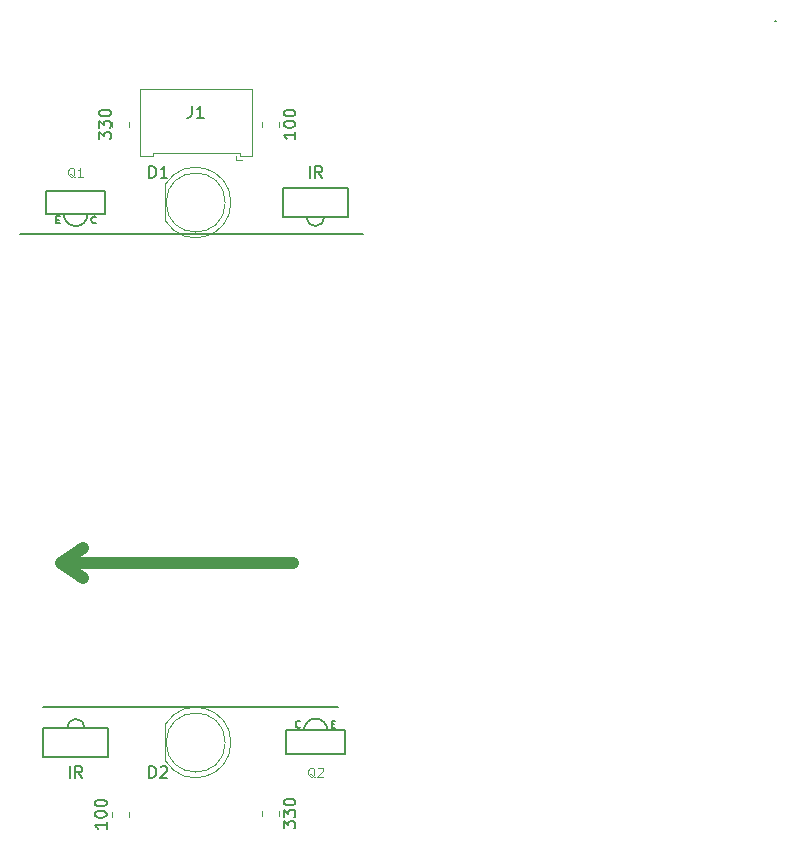
<source format=gto>
%TF.GenerationSoftware,KiCad,Pcbnew,(5.1.10)-1*%
%TF.CreationDate,2021-09-22T20:24:30-07:00*%
%TF.ProjectId,project,70726f6a-6563-4742-9e6b-696361645f70,0.0*%
%TF.SameCoordinates,Original*%
%TF.FileFunction,Legend,Top*%
%TF.FilePolarity,Positive*%
%FSLAX46Y46*%
G04 Gerber Fmt 4.6, Leading zero omitted, Abs format (unit mm)*
G04 Created by KiCad (PCBNEW (5.1.10)-1) date 2021-09-22 20:24:30*
%MOMM*%
%LPD*%
G01*
G04 APERTURE LIST*
%ADD10C,1.000000*%
%ADD11C,0.150000*%
%ADD12C,0.200000*%
%ADD13C,0.120000*%
%ADD14C,0.088900*%
G04 APERTURE END LIST*
D10*
X44704000Y-118999000D02*
X46609000Y-120269000D01*
X46609000Y-117729000D02*
X44704000Y-118999000D01*
D11*
X44704000Y-118999000D02*
X46609000Y-117729000D01*
D10*
X64389000Y-118999000D02*
X44704000Y-118999000D01*
D12*
X41274000Y-91219000D02*
X70274000Y-91219000D01*
X43199000Y-131219000D02*
X68199000Y-131219000D01*
X105306000Y-73156000D02*
X105179000Y-73156000D01*
X105179000Y-73156000D02*
X105306000Y-73156000D01*
D13*
%TO.C,R13*%
X63219000Y-140458564D02*
X63219000Y-140004436D01*
X61749000Y-140458564D02*
X61749000Y-140004436D01*
%TO.C,J1*%
X59559000Y-84589000D02*
X59559000Y-84889000D01*
X59559000Y-84889000D02*
X60059000Y-84889000D01*
X56184000Y-84299000D02*
X59849000Y-84299000D01*
X59849000Y-84299000D02*
X59849000Y-84599000D01*
X59849000Y-84599000D02*
X60919000Y-84599000D01*
X60919000Y-84599000D02*
X60919000Y-78879000D01*
X60919000Y-78879000D02*
X56184000Y-78879000D01*
X56184000Y-84299000D02*
X52519000Y-84299000D01*
X52519000Y-84299000D02*
X52519000Y-84599000D01*
X52519000Y-84599000D02*
X51449000Y-84599000D01*
X51449000Y-84599000D02*
X51449000Y-78879000D01*
X51449000Y-78879000D02*
X56184000Y-78879000D01*
D11*
%TO.C,Q2*%
X68794000Y-133219000D02*
X68794000Y-135219000D01*
X63794000Y-133219000D02*
X68794000Y-133219000D01*
X63794000Y-135219000D02*
X63794000Y-133219000D01*
X68794000Y-135219000D02*
X63794000Y-135219000D01*
X66294000Y-132219000D02*
G75*
G03*
X65294000Y-133219000I0J-1000000D01*
G01*
X67294000Y-133219000D02*
G75*
G03*
X66294000Y-132219000I-1000000J0D01*
G01*
%TO.C,Q1*%
X43474000Y-89519000D02*
X43474000Y-87519000D01*
X48474000Y-89519000D02*
X43474000Y-89519000D01*
X48474000Y-87519000D02*
X48474000Y-89519000D01*
X43474000Y-87519000D02*
X48474000Y-87519000D01*
X45974000Y-90519000D02*
G75*
G03*
X46974000Y-89519000I0J1000000D01*
G01*
X44974000Y-89519000D02*
G75*
G03*
X45974000Y-90519000I1000000J0D01*
G01*
%TO.C,D8*%
X63524000Y-87269000D02*
X69024000Y-87269000D01*
X63524000Y-89769000D02*
X63524000Y-87269000D01*
X69024000Y-89769000D02*
X63524000Y-89769000D01*
X69024000Y-87269000D02*
X69024000Y-89769000D01*
X66274000Y-90519000D02*
G75*
G03*
X67024000Y-89769000I0J750000D01*
G01*
X65524000Y-89769000D02*
G75*
G03*
X66274000Y-90519000I750000J0D01*
G01*
%TO.C,D7*%
X48744000Y-135489000D02*
X43244000Y-135489000D01*
X48744000Y-132989000D02*
X48744000Y-135489000D01*
X43244000Y-132989000D02*
X48744000Y-132989000D01*
X43244000Y-135489000D02*
X43244000Y-132989000D01*
X45994000Y-132239000D02*
G75*
G03*
X45244000Y-132989000I0J-750000D01*
G01*
X46744000Y-132989000D02*
G75*
G03*
X45994000Y-132239000I-750000J0D01*
G01*
D13*
%TO.C,D1*%
X53574000Y-86974000D02*
X53574000Y-90064000D01*
X58634000Y-88519000D02*
G75*
G03*
X58634000Y-88519000I-2500000J0D01*
G01*
X59124000Y-88519462D02*
G75*
G03*
X53574000Y-86974170I-2990000J462D01*
G01*
X59124000Y-88518538D02*
G75*
G02*
X53574000Y-90063830I-2990000J-462D01*
G01*
%TO.C,D2*%
X53574000Y-132694000D02*
X53574000Y-135784000D01*
X58634000Y-134239000D02*
G75*
G03*
X58634000Y-134239000I-2500000J0D01*
G01*
X59124000Y-134239462D02*
G75*
G03*
X53574000Y-132694170I-2990000J462D01*
G01*
X59124000Y-134238538D02*
G75*
G02*
X53574000Y-135783830I-2990000J-462D01*
G01*
%TO.C,R10*%
X61749000Y-82118564D02*
X61749000Y-81664436D01*
X63219000Y-82118564D02*
X63219000Y-81664436D01*
%TO.C,R11*%
X49049000Y-140084436D02*
X49049000Y-140538564D01*
X50519000Y-140084436D02*
X50519000Y-140538564D01*
%TO.C,R14*%
X49049000Y-82118564D02*
X49049000Y-81664436D01*
X50519000Y-82118564D02*
X50519000Y-81664436D01*
%TO.C,R13*%
D11*
X63586380Y-141517214D02*
X63586380Y-140898166D01*
X63967333Y-141231500D01*
X63967333Y-141088642D01*
X64014952Y-140993404D01*
X64062571Y-140945785D01*
X64157809Y-140898166D01*
X64395904Y-140898166D01*
X64491142Y-140945785D01*
X64538761Y-140993404D01*
X64586380Y-141088642D01*
X64586380Y-141374357D01*
X64538761Y-141469595D01*
X64491142Y-141517214D01*
X63586380Y-140564833D02*
X63586380Y-139945785D01*
X63967333Y-140279119D01*
X63967333Y-140136261D01*
X64014952Y-140041023D01*
X64062571Y-139993404D01*
X64157809Y-139945785D01*
X64395904Y-139945785D01*
X64491142Y-139993404D01*
X64538761Y-140041023D01*
X64586380Y-140136261D01*
X64586380Y-140421976D01*
X64538761Y-140517214D01*
X64491142Y-140564833D01*
X63586380Y-139326738D02*
X63586380Y-139231500D01*
X63634000Y-139136261D01*
X63681619Y-139088642D01*
X63776857Y-139041023D01*
X63967333Y-138993404D01*
X64205428Y-138993404D01*
X64395904Y-139041023D01*
X64491142Y-139088642D01*
X64538761Y-139136261D01*
X64586380Y-139231500D01*
X64586380Y-139326738D01*
X64538761Y-139421976D01*
X64491142Y-139469595D01*
X64395904Y-139517214D01*
X64205428Y-139564833D01*
X63967333Y-139564833D01*
X63776857Y-139517214D01*
X63681619Y-139469595D01*
X63634000Y-139421976D01*
X63586380Y-139326738D01*
%TO.C,J1*%
X55800666Y-80351380D02*
X55800666Y-81065666D01*
X55753047Y-81208523D01*
X55657809Y-81303761D01*
X55514952Y-81351380D01*
X55419714Y-81351380D01*
X56800666Y-81351380D02*
X56229238Y-81351380D01*
X56514952Y-81351380D02*
X56514952Y-80351380D01*
X56419714Y-80494238D01*
X56324476Y-80589476D01*
X56229238Y-80637095D01*
%TO.C,Q2*%
D14*
X66221428Y-137196285D02*
X66148857Y-137160000D01*
X66076285Y-137087428D01*
X65967428Y-136978571D01*
X65894857Y-136942285D01*
X65822285Y-136942285D01*
X65858571Y-137123714D02*
X65786000Y-137087428D01*
X65713428Y-137014857D01*
X65677142Y-136869714D01*
X65677142Y-136615714D01*
X65713428Y-136470571D01*
X65786000Y-136398000D01*
X65858571Y-136361714D01*
X66003714Y-136361714D01*
X66076285Y-136398000D01*
X66148857Y-136470571D01*
X66185142Y-136615714D01*
X66185142Y-136869714D01*
X66148857Y-137014857D01*
X66076285Y-137087428D01*
X66003714Y-137123714D01*
X65858571Y-137123714D01*
X66475428Y-136434285D02*
X66511714Y-136398000D01*
X66584285Y-136361714D01*
X66765714Y-136361714D01*
X66838285Y-136398000D01*
X66874571Y-136434285D01*
X66910857Y-136506857D01*
X66910857Y-136579428D01*
X66874571Y-136688285D01*
X66439142Y-137123714D01*
X66910857Y-137123714D01*
D11*
X67665428Y-132676142D02*
X67865428Y-132676142D01*
X67951142Y-132990428D02*
X67665428Y-132990428D01*
X67665428Y-132390428D01*
X67951142Y-132390428D01*
X64979714Y-132933285D02*
X64951142Y-132961857D01*
X64865428Y-132990428D01*
X64808285Y-132990428D01*
X64722571Y-132961857D01*
X64665428Y-132904714D01*
X64636857Y-132847571D01*
X64608285Y-132733285D01*
X64608285Y-132647571D01*
X64636857Y-132533285D01*
X64665428Y-132476142D01*
X64722571Y-132419000D01*
X64808285Y-132390428D01*
X64865428Y-132390428D01*
X64951142Y-132419000D01*
X64979714Y-132447571D01*
%TO.C,Q1*%
D14*
X45901428Y-86396285D02*
X45828857Y-86360000D01*
X45756285Y-86287428D01*
X45647428Y-86178571D01*
X45574857Y-86142285D01*
X45502285Y-86142285D01*
X45538571Y-86323714D02*
X45466000Y-86287428D01*
X45393428Y-86214857D01*
X45357142Y-86069714D01*
X45357142Y-85815714D01*
X45393428Y-85670571D01*
X45466000Y-85598000D01*
X45538571Y-85561714D01*
X45683714Y-85561714D01*
X45756285Y-85598000D01*
X45828857Y-85670571D01*
X45865142Y-85815714D01*
X45865142Y-86069714D01*
X45828857Y-86214857D01*
X45756285Y-86287428D01*
X45683714Y-86323714D01*
X45538571Y-86323714D01*
X46590857Y-86323714D02*
X46155428Y-86323714D01*
X46373142Y-86323714D02*
X46373142Y-85561714D01*
X46300571Y-85670571D01*
X46228000Y-85743142D01*
X46155428Y-85779428D01*
D11*
X44345428Y-89976142D02*
X44545428Y-89976142D01*
X44631142Y-90290428D02*
X44345428Y-90290428D01*
X44345428Y-89690428D01*
X44631142Y-89690428D01*
X47659714Y-90233285D02*
X47631142Y-90261857D01*
X47545428Y-90290428D01*
X47488285Y-90290428D01*
X47402571Y-90261857D01*
X47345428Y-90204714D01*
X47316857Y-90147571D01*
X47288285Y-90033285D01*
X47288285Y-89947571D01*
X47316857Y-89833285D01*
X47345428Y-89776142D01*
X47402571Y-89719000D01*
X47488285Y-89690428D01*
X47545428Y-89690428D01*
X47631142Y-89719000D01*
X47659714Y-89747571D01*
%TO.C,D8*%
X65794000Y-86431380D02*
X65794000Y-85431380D01*
X66841619Y-86431380D02*
X66508285Y-85955190D01*
X66270190Y-86431380D02*
X66270190Y-85431380D01*
X66651142Y-85431380D01*
X66746380Y-85479000D01*
X66794000Y-85526619D01*
X66841619Y-85621857D01*
X66841619Y-85764714D01*
X66794000Y-85859952D01*
X66746380Y-85907571D01*
X66651142Y-85955190D01*
X66270190Y-85955190D01*
%TO.C,D7*%
X45474000Y-137231380D02*
X45474000Y-136231380D01*
X46521619Y-137231380D02*
X46188285Y-136755190D01*
X45950190Y-137231380D02*
X45950190Y-136231380D01*
X46331142Y-136231380D01*
X46426380Y-136279000D01*
X46474000Y-136326619D01*
X46521619Y-136421857D01*
X46521619Y-136564714D01*
X46474000Y-136659952D01*
X46426380Y-136707571D01*
X46331142Y-136755190D01*
X45950190Y-136755190D01*
%TO.C,D1*%
X52220904Y-86431380D02*
X52220904Y-85431380D01*
X52459000Y-85431380D01*
X52601857Y-85479000D01*
X52697095Y-85574238D01*
X52744714Y-85669476D01*
X52792333Y-85859952D01*
X52792333Y-86002809D01*
X52744714Y-86193285D01*
X52697095Y-86288523D01*
X52601857Y-86383761D01*
X52459000Y-86431380D01*
X52220904Y-86431380D01*
X53744714Y-86431380D02*
X53173285Y-86431380D01*
X53459000Y-86431380D02*
X53459000Y-85431380D01*
X53363761Y-85574238D01*
X53268523Y-85669476D01*
X53173285Y-85717095D01*
%TO.C,D2*%
X52220904Y-137231380D02*
X52220904Y-136231380D01*
X52459000Y-136231380D01*
X52601857Y-136279000D01*
X52697095Y-136374238D01*
X52744714Y-136469476D01*
X52792333Y-136659952D01*
X52792333Y-136802809D01*
X52744714Y-136993285D01*
X52697095Y-137088523D01*
X52601857Y-137183761D01*
X52459000Y-137231380D01*
X52220904Y-137231380D01*
X53173285Y-136326619D02*
X53220904Y-136279000D01*
X53316142Y-136231380D01*
X53554238Y-136231380D01*
X53649476Y-136279000D01*
X53697095Y-136326619D01*
X53744714Y-136421857D01*
X53744714Y-136517095D01*
X53697095Y-136659952D01*
X53125666Y-137231380D01*
X53744714Y-137231380D01*
%TO.C,R10*%
X64586380Y-82558166D02*
X64586380Y-83129595D01*
X64586380Y-82843880D02*
X63586380Y-82843880D01*
X63729238Y-82939119D01*
X63824476Y-83034357D01*
X63872095Y-83129595D01*
X63586380Y-81939119D02*
X63586380Y-81843880D01*
X63634000Y-81748642D01*
X63681619Y-81701023D01*
X63776857Y-81653404D01*
X63967333Y-81605785D01*
X64205428Y-81605785D01*
X64395904Y-81653404D01*
X64491142Y-81701023D01*
X64538761Y-81748642D01*
X64586380Y-81843880D01*
X64586380Y-81939119D01*
X64538761Y-82034357D01*
X64491142Y-82081976D01*
X64395904Y-82129595D01*
X64205428Y-82177214D01*
X63967333Y-82177214D01*
X63776857Y-82129595D01*
X63681619Y-82081976D01*
X63634000Y-82034357D01*
X63586380Y-81939119D01*
X63586380Y-80986738D02*
X63586380Y-80891500D01*
X63634000Y-80796261D01*
X63681619Y-80748642D01*
X63776857Y-80701023D01*
X63967333Y-80653404D01*
X64205428Y-80653404D01*
X64395904Y-80701023D01*
X64491142Y-80748642D01*
X64538761Y-80796261D01*
X64586380Y-80891500D01*
X64586380Y-80986738D01*
X64538761Y-81081976D01*
X64491142Y-81129595D01*
X64395904Y-81177214D01*
X64205428Y-81224833D01*
X63967333Y-81224833D01*
X63776857Y-81177214D01*
X63681619Y-81129595D01*
X63634000Y-81081976D01*
X63586380Y-80986738D01*
%TO.C,R11*%
X48586380Y-140978166D02*
X48586380Y-141549595D01*
X48586380Y-141263880D02*
X47586380Y-141263880D01*
X47729238Y-141359119D01*
X47824476Y-141454357D01*
X47872095Y-141549595D01*
X47586380Y-140359119D02*
X47586380Y-140263880D01*
X47634000Y-140168642D01*
X47681619Y-140121023D01*
X47776857Y-140073404D01*
X47967333Y-140025785D01*
X48205428Y-140025785D01*
X48395904Y-140073404D01*
X48491142Y-140121023D01*
X48538761Y-140168642D01*
X48586380Y-140263880D01*
X48586380Y-140359119D01*
X48538761Y-140454357D01*
X48491142Y-140501976D01*
X48395904Y-140549595D01*
X48205428Y-140597214D01*
X47967333Y-140597214D01*
X47776857Y-140549595D01*
X47681619Y-140501976D01*
X47634000Y-140454357D01*
X47586380Y-140359119D01*
X47586380Y-139406738D02*
X47586380Y-139311500D01*
X47634000Y-139216261D01*
X47681619Y-139168642D01*
X47776857Y-139121023D01*
X47967333Y-139073404D01*
X48205428Y-139073404D01*
X48395904Y-139121023D01*
X48491142Y-139168642D01*
X48538761Y-139216261D01*
X48586380Y-139311500D01*
X48586380Y-139406738D01*
X48538761Y-139501976D01*
X48491142Y-139549595D01*
X48395904Y-139597214D01*
X48205428Y-139644833D01*
X47967333Y-139644833D01*
X47776857Y-139597214D01*
X47681619Y-139549595D01*
X47634000Y-139501976D01*
X47586380Y-139406738D01*
%TO.C,R14*%
X47966380Y-83177214D02*
X47966380Y-82558166D01*
X48347333Y-82891500D01*
X48347333Y-82748642D01*
X48394952Y-82653404D01*
X48442571Y-82605785D01*
X48537809Y-82558166D01*
X48775904Y-82558166D01*
X48871142Y-82605785D01*
X48918761Y-82653404D01*
X48966380Y-82748642D01*
X48966380Y-83034357D01*
X48918761Y-83129595D01*
X48871142Y-83177214D01*
X47966380Y-82224833D02*
X47966380Y-81605785D01*
X48347333Y-81939119D01*
X48347333Y-81796261D01*
X48394952Y-81701023D01*
X48442571Y-81653404D01*
X48537809Y-81605785D01*
X48775904Y-81605785D01*
X48871142Y-81653404D01*
X48918761Y-81701023D01*
X48966380Y-81796261D01*
X48966380Y-82081976D01*
X48918761Y-82177214D01*
X48871142Y-82224833D01*
X47966380Y-80986738D02*
X47966380Y-80891500D01*
X48014000Y-80796261D01*
X48061619Y-80748642D01*
X48156857Y-80701023D01*
X48347333Y-80653404D01*
X48585428Y-80653404D01*
X48775904Y-80701023D01*
X48871142Y-80748642D01*
X48918761Y-80796261D01*
X48966380Y-80891500D01*
X48966380Y-80986738D01*
X48918761Y-81081976D01*
X48871142Y-81129595D01*
X48775904Y-81177214D01*
X48585428Y-81224833D01*
X48347333Y-81224833D01*
X48156857Y-81177214D01*
X48061619Y-81129595D01*
X48014000Y-81081976D01*
X47966380Y-80986738D01*
%TD*%
M02*

</source>
